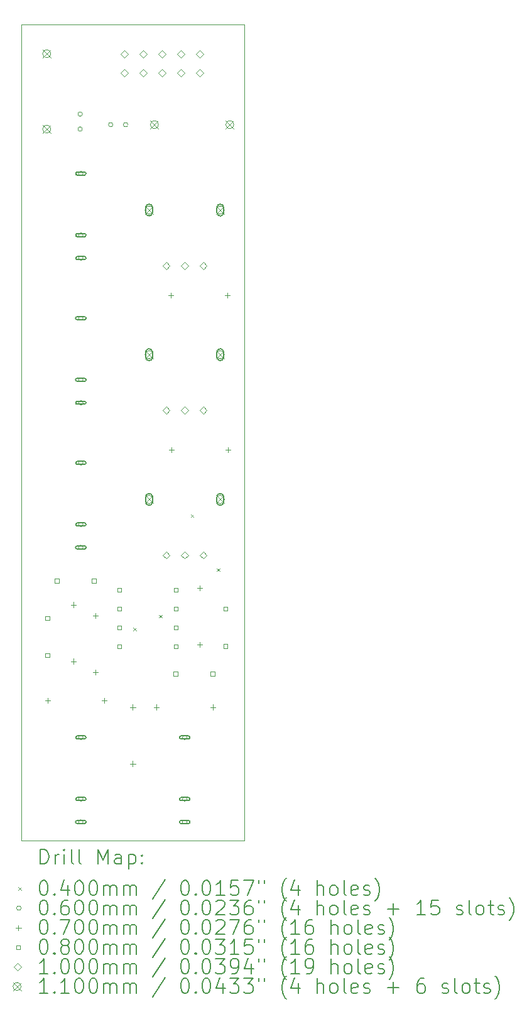
<source format=gbr>
%FSLAX45Y45*%
G04 Gerber Fmt 4.5, Leading zero omitted, Abs format (unit mm)*
G04 Created by KiCad (PCBNEW (6.0.1)) date 2023-06-10 19:18:58*
%MOMM*%
%LPD*%
G01*
G04 APERTURE LIST*
%TA.AperFunction,Profile*%
%ADD10C,0.100000*%
%TD*%
%ADD11C,0.200000*%
%ADD12C,0.040000*%
%ADD13C,0.060000*%
%ADD14C,0.070000*%
%ADD15C,0.080000*%
%ADD16C,0.100000*%
%ADD17C,0.110000*%
G04 APERTURE END LIST*
D10*
X5000000Y-15000000D02*
X5000000Y-4000000D01*
X5000000Y-4000000D02*
X8000000Y-4000000D01*
X8000000Y-4000000D02*
X8000000Y-15000000D01*
X8000000Y-15000000D02*
X5000000Y-15000000D01*
D11*
D12*
X6505000Y-12130000D02*
X6545000Y-12170000D01*
X6545000Y-12130000D02*
X6505000Y-12170000D01*
X6855000Y-11955000D02*
X6895000Y-11995000D01*
X6895000Y-11955000D02*
X6855000Y-11995000D01*
X7280000Y-10600000D02*
X7320000Y-10640000D01*
X7320000Y-10600000D02*
X7280000Y-10640000D01*
X7630000Y-11330000D02*
X7670000Y-11370000D01*
X7670000Y-11330000D02*
X7630000Y-11370000D01*
D13*
X5820000Y-5207260D02*
G75*
G03*
X5820000Y-5207260I-30000J0D01*
G01*
X5820000Y-5407260D02*
G75*
G03*
X5820000Y-5407260I-30000J0D01*
G01*
X5830000Y-6008000D02*
G75*
G03*
X5830000Y-6008000I-30000J0D01*
G01*
D11*
X5750000Y-6028000D02*
X5850000Y-6028000D01*
X5750000Y-5988000D02*
X5850000Y-5988000D01*
X5850000Y-6028000D02*
G75*
G03*
X5850000Y-5988000I0J20000D01*
G01*
X5750000Y-5988000D02*
G75*
G03*
X5750000Y-6028000I0J-20000D01*
G01*
D13*
X5830000Y-6838000D02*
G75*
G03*
X5830000Y-6838000I-30000J0D01*
G01*
D11*
X5750000Y-6858000D02*
X5850000Y-6858000D01*
X5750000Y-6818000D02*
X5850000Y-6818000D01*
X5850000Y-6858000D02*
G75*
G03*
X5850000Y-6818000I0J20000D01*
G01*
X5750000Y-6818000D02*
G75*
G03*
X5750000Y-6858000I0J-20000D01*
G01*
D13*
X5830000Y-7148000D02*
G75*
G03*
X5830000Y-7148000I-30000J0D01*
G01*
D11*
X5750000Y-7168000D02*
X5850000Y-7168000D01*
X5750000Y-7128000D02*
X5850000Y-7128000D01*
X5850000Y-7168000D02*
G75*
G03*
X5850000Y-7128000I0J20000D01*
G01*
X5750000Y-7128000D02*
G75*
G03*
X5750000Y-7168000I0J-20000D01*
G01*
D13*
X5830000Y-7958000D02*
G75*
G03*
X5830000Y-7958000I-30000J0D01*
G01*
D11*
X5750000Y-7978000D02*
X5850000Y-7978000D01*
X5750000Y-7938000D02*
X5850000Y-7938000D01*
X5850000Y-7978000D02*
G75*
G03*
X5850000Y-7938000I0J20000D01*
G01*
X5750000Y-7938000D02*
G75*
G03*
X5750000Y-7978000I0J-20000D01*
G01*
D13*
X5830000Y-8788000D02*
G75*
G03*
X5830000Y-8788000I-30000J0D01*
G01*
D11*
X5750000Y-8808000D02*
X5850000Y-8808000D01*
X5750000Y-8768000D02*
X5850000Y-8768000D01*
X5850000Y-8808000D02*
G75*
G03*
X5850000Y-8768000I0J20000D01*
G01*
X5750000Y-8768000D02*
G75*
G03*
X5750000Y-8808000I0J-20000D01*
G01*
D13*
X5830000Y-9098000D02*
G75*
G03*
X5830000Y-9098000I-30000J0D01*
G01*
D11*
X5750000Y-9118000D02*
X5850000Y-9118000D01*
X5750000Y-9078000D02*
X5850000Y-9078000D01*
X5850000Y-9118000D02*
G75*
G03*
X5850000Y-9078000I0J20000D01*
G01*
X5750000Y-9078000D02*
G75*
G03*
X5750000Y-9118000I0J-20000D01*
G01*
D13*
X5830000Y-9908000D02*
G75*
G03*
X5830000Y-9908000I-30000J0D01*
G01*
D11*
X5750000Y-9928000D02*
X5850000Y-9928000D01*
X5750000Y-9888000D02*
X5850000Y-9888000D01*
X5850000Y-9928000D02*
G75*
G03*
X5850000Y-9888000I0J20000D01*
G01*
X5750000Y-9888000D02*
G75*
G03*
X5750000Y-9928000I0J-20000D01*
G01*
D13*
X5830000Y-10738000D02*
G75*
G03*
X5830000Y-10738000I-30000J0D01*
G01*
D11*
X5750000Y-10758000D02*
X5850000Y-10758000D01*
X5750000Y-10718000D02*
X5850000Y-10718000D01*
X5850000Y-10758000D02*
G75*
G03*
X5850000Y-10718000I0J20000D01*
G01*
X5750000Y-10718000D02*
G75*
G03*
X5750000Y-10758000I0J-20000D01*
G01*
D13*
X5830000Y-11048000D02*
G75*
G03*
X5830000Y-11048000I-30000J0D01*
G01*
D11*
X5750000Y-11068000D02*
X5850000Y-11068000D01*
X5750000Y-11028000D02*
X5850000Y-11028000D01*
X5850000Y-11068000D02*
G75*
G03*
X5850000Y-11028000I0J20000D01*
G01*
X5750000Y-11028000D02*
G75*
G03*
X5750000Y-11068000I0J-20000D01*
G01*
D13*
X5830000Y-13608000D02*
G75*
G03*
X5830000Y-13608000I-30000J0D01*
G01*
D11*
X5750000Y-13628000D02*
X5850000Y-13628000D01*
X5750000Y-13588000D02*
X5850000Y-13588000D01*
X5850000Y-13628000D02*
G75*
G03*
X5850000Y-13588000I0J20000D01*
G01*
X5750000Y-13588000D02*
G75*
G03*
X5750000Y-13628000I0J-20000D01*
G01*
D13*
X5830000Y-14438000D02*
G75*
G03*
X5830000Y-14438000I-30000J0D01*
G01*
D11*
X5750000Y-14458000D02*
X5850000Y-14458000D01*
X5750000Y-14418000D02*
X5850000Y-14418000D01*
X5850000Y-14458000D02*
G75*
G03*
X5850000Y-14418000I0J20000D01*
G01*
X5750000Y-14418000D02*
G75*
G03*
X5750000Y-14458000I0J-20000D01*
G01*
D13*
X5830000Y-14748000D02*
G75*
G03*
X5830000Y-14748000I-30000J0D01*
G01*
D11*
X5750000Y-14768000D02*
X5850000Y-14768000D01*
X5750000Y-14728000D02*
X5850000Y-14728000D01*
X5850000Y-14768000D02*
G75*
G03*
X5850000Y-14728000I0J20000D01*
G01*
X5750000Y-14728000D02*
G75*
G03*
X5750000Y-14768000I0J-20000D01*
G01*
D13*
X6232740Y-5350000D02*
G75*
G03*
X6232740Y-5350000I-30000J0D01*
G01*
X6432740Y-5350000D02*
G75*
G03*
X6432740Y-5350000I-30000J0D01*
G01*
X7230000Y-13608000D02*
G75*
G03*
X7230000Y-13608000I-30000J0D01*
G01*
D11*
X7150000Y-13628000D02*
X7250000Y-13628000D01*
X7150000Y-13588000D02*
X7250000Y-13588000D01*
X7250000Y-13628000D02*
G75*
G03*
X7250000Y-13588000I0J20000D01*
G01*
X7150000Y-13588000D02*
G75*
G03*
X7150000Y-13628000I0J-20000D01*
G01*
D13*
X7230000Y-14438000D02*
G75*
G03*
X7230000Y-14438000I-30000J0D01*
G01*
D11*
X7150000Y-14458000D02*
X7250000Y-14458000D01*
X7150000Y-14418000D02*
X7250000Y-14418000D01*
X7250000Y-14458000D02*
G75*
G03*
X7250000Y-14418000I0J20000D01*
G01*
X7150000Y-14418000D02*
G75*
G03*
X7150000Y-14458000I0J-20000D01*
G01*
D13*
X7230000Y-14748000D02*
G75*
G03*
X7230000Y-14748000I-30000J0D01*
G01*
D11*
X7150000Y-14768000D02*
X7250000Y-14768000D01*
X7150000Y-14728000D02*
X7250000Y-14728000D01*
X7250000Y-14768000D02*
G75*
G03*
X7250000Y-14728000I0J20000D01*
G01*
X7150000Y-14728000D02*
G75*
G03*
X7150000Y-14768000I0J-20000D01*
G01*
D14*
X5352000Y-13075000D02*
X5352000Y-13145000D01*
X5317000Y-13110000D02*
X5387000Y-13110000D01*
X5700000Y-11784000D02*
X5700000Y-11854000D01*
X5665000Y-11819000D02*
X5735000Y-11819000D01*
X5700000Y-12546000D02*
X5700000Y-12616000D01*
X5665000Y-12581000D02*
X5735000Y-12581000D01*
X6000000Y-11934000D02*
X6000000Y-12004000D01*
X5965000Y-11969000D02*
X6035000Y-11969000D01*
X6000000Y-12696000D02*
X6000000Y-12766000D01*
X5965000Y-12731000D02*
X6035000Y-12731000D01*
X6114000Y-13075000D02*
X6114000Y-13145000D01*
X6079000Y-13110000D02*
X6149000Y-13110000D01*
X6500000Y-13165000D02*
X6500000Y-13235000D01*
X6465000Y-13200000D02*
X6535000Y-13200000D01*
X6500000Y-13927000D02*
X6500000Y-13997000D01*
X6465000Y-13962000D02*
X6535000Y-13962000D01*
X6819000Y-13165000D02*
X6819000Y-13235000D01*
X6784000Y-13200000D02*
X6854000Y-13200000D01*
X7016000Y-7615000D02*
X7016000Y-7685000D01*
X6981000Y-7650000D02*
X7051000Y-7650000D01*
X7019000Y-9695000D02*
X7019000Y-9765000D01*
X6984000Y-9730000D02*
X7054000Y-9730000D01*
X7400000Y-11562000D02*
X7400000Y-11632000D01*
X7365000Y-11597000D02*
X7435000Y-11597000D01*
X7400000Y-12324000D02*
X7400000Y-12394000D01*
X7365000Y-12359000D02*
X7435000Y-12359000D01*
X7581000Y-13165000D02*
X7581000Y-13235000D01*
X7546000Y-13200000D02*
X7616000Y-13200000D01*
X7778000Y-7615000D02*
X7778000Y-7685000D01*
X7743000Y-7650000D02*
X7813000Y-7650000D01*
X7781000Y-9695000D02*
X7781000Y-9765000D01*
X7746000Y-9730000D02*
X7816000Y-9730000D01*
D15*
X5378285Y-12028284D02*
X5378285Y-11971715D01*
X5321716Y-11971715D01*
X5321716Y-12028284D01*
X5378285Y-12028284D01*
X5378285Y-12528284D02*
X5378285Y-12471715D01*
X5321716Y-12471715D01*
X5321716Y-12528284D01*
X5378285Y-12528284D01*
X5503285Y-11528284D02*
X5503285Y-11471715D01*
X5446716Y-11471715D01*
X5446716Y-11528284D01*
X5503285Y-11528284D01*
X6003284Y-11528284D02*
X6003284Y-11471715D01*
X5946715Y-11471715D01*
X5946715Y-11528284D01*
X6003284Y-11528284D01*
X6346284Y-11648284D02*
X6346284Y-11591715D01*
X6289715Y-11591715D01*
X6289715Y-11648284D01*
X6346284Y-11648284D01*
X6346284Y-11902284D02*
X6346284Y-11845715D01*
X6289715Y-11845715D01*
X6289715Y-11902284D01*
X6346284Y-11902284D01*
X6346284Y-12156284D02*
X6346284Y-12099715D01*
X6289715Y-12099715D01*
X6289715Y-12156284D01*
X6346284Y-12156284D01*
X6346284Y-12410284D02*
X6346284Y-12353715D01*
X6289715Y-12353715D01*
X6289715Y-12410284D01*
X6346284Y-12410284D01*
X7103284Y-12778284D02*
X7103284Y-12721715D01*
X7046715Y-12721715D01*
X7046715Y-12778284D01*
X7103284Y-12778284D01*
X7108284Y-11648284D02*
X7108284Y-11591715D01*
X7051715Y-11591715D01*
X7051715Y-11648284D01*
X7108284Y-11648284D01*
X7108284Y-11902284D02*
X7108284Y-11845715D01*
X7051715Y-11845715D01*
X7051715Y-11902284D01*
X7108284Y-11902284D01*
X7108284Y-12156284D02*
X7108284Y-12099715D01*
X7051715Y-12099715D01*
X7051715Y-12156284D01*
X7108284Y-12156284D01*
X7108284Y-12410284D02*
X7108284Y-12353715D01*
X7051715Y-12353715D01*
X7051715Y-12410284D01*
X7108284Y-12410284D01*
X7603284Y-12778284D02*
X7603284Y-12721715D01*
X7546715Y-12721715D01*
X7546715Y-12778284D01*
X7603284Y-12778284D01*
X7778284Y-11903284D02*
X7778284Y-11846715D01*
X7721715Y-11846715D01*
X7721715Y-11903284D01*
X7778284Y-11903284D01*
X7778284Y-12403284D02*
X7778284Y-12346715D01*
X7721715Y-12346715D01*
X7721715Y-12403284D01*
X7778284Y-12403284D01*
D16*
X6384000Y-4446000D02*
X6434000Y-4396000D01*
X6384000Y-4346000D01*
X6334000Y-4396000D01*
X6384000Y-4446000D01*
X6384000Y-4700000D02*
X6434000Y-4650000D01*
X6384000Y-4600000D01*
X6334000Y-4650000D01*
X6384000Y-4700000D01*
X6638000Y-4446000D02*
X6688000Y-4396000D01*
X6638000Y-4346000D01*
X6588000Y-4396000D01*
X6638000Y-4446000D01*
X6638000Y-4700000D02*
X6688000Y-4650000D01*
X6638000Y-4600000D01*
X6588000Y-4650000D01*
X6638000Y-4700000D01*
X6892000Y-4446000D02*
X6942000Y-4396000D01*
X6892000Y-4346000D01*
X6842000Y-4396000D01*
X6892000Y-4446000D01*
X6892000Y-4700000D02*
X6942000Y-4650000D01*
X6892000Y-4600000D01*
X6842000Y-4650000D01*
X6892000Y-4700000D01*
X6950000Y-7300500D02*
X7000000Y-7250500D01*
X6950000Y-7200500D01*
X6900000Y-7250500D01*
X6950000Y-7300500D01*
X6950000Y-9250000D02*
X7000000Y-9200000D01*
X6950000Y-9150000D01*
X6900000Y-9200000D01*
X6950000Y-9250000D01*
X6950000Y-11200500D02*
X7000000Y-11150500D01*
X6950000Y-11100500D01*
X6900000Y-11150500D01*
X6950000Y-11200500D01*
X7146000Y-4446000D02*
X7196000Y-4396000D01*
X7146000Y-4346000D01*
X7096000Y-4396000D01*
X7146000Y-4446000D01*
X7146000Y-4700000D02*
X7196000Y-4650000D01*
X7146000Y-4600000D01*
X7096000Y-4650000D01*
X7146000Y-4700000D01*
X7200000Y-7300500D02*
X7250000Y-7250500D01*
X7200000Y-7200500D01*
X7150000Y-7250500D01*
X7200000Y-7300500D01*
X7200000Y-9250000D02*
X7250000Y-9200000D01*
X7200000Y-9150000D01*
X7150000Y-9200000D01*
X7200000Y-9250000D01*
X7200000Y-11200500D02*
X7250000Y-11150500D01*
X7200000Y-11100500D01*
X7150000Y-11150500D01*
X7200000Y-11200500D01*
X7400000Y-4446000D02*
X7450000Y-4396000D01*
X7400000Y-4346000D01*
X7350000Y-4396000D01*
X7400000Y-4446000D01*
X7400000Y-4700000D02*
X7450000Y-4650000D01*
X7400000Y-4600000D01*
X7350000Y-4650000D01*
X7400000Y-4700000D01*
X7450000Y-7300500D02*
X7500000Y-7250500D01*
X7450000Y-7200500D01*
X7400000Y-7250500D01*
X7450000Y-7300500D01*
X7450000Y-9250000D02*
X7500000Y-9200000D01*
X7450000Y-9150000D01*
X7400000Y-9200000D01*
X7450000Y-9250000D01*
X7450000Y-11200500D02*
X7500000Y-11150500D01*
X7450000Y-11100500D01*
X7400000Y-11150500D01*
X7450000Y-11200500D01*
D17*
X5285000Y-4339000D02*
X5395000Y-4449000D01*
X5395000Y-4339000D02*
X5285000Y-4449000D01*
X5395000Y-4394000D02*
G75*
G03*
X5395000Y-4394000I-55000J0D01*
G01*
X5285000Y-5355000D02*
X5395000Y-5465000D01*
X5395000Y-5355000D02*
X5285000Y-5465000D01*
X5395000Y-5410000D02*
G75*
G03*
X5395000Y-5410000I-55000J0D01*
G01*
X6665000Y-6445500D02*
X6775000Y-6555500D01*
X6775000Y-6445500D02*
X6665000Y-6555500D01*
X6775000Y-6500500D02*
G75*
G03*
X6775000Y-6500500I-55000J0D01*
G01*
D11*
X6765000Y-6535500D02*
X6765000Y-6465500D01*
X6675000Y-6535500D02*
X6675000Y-6465500D01*
X6765000Y-6465500D02*
G75*
G03*
X6675000Y-6465500I-45000J0D01*
G01*
X6675000Y-6535500D02*
G75*
G03*
X6765000Y-6535500I45000J0D01*
G01*
D17*
X6665000Y-8395000D02*
X6775000Y-8505000D01*
X6775000Y-8395000D02*
X6665000Y-8505000D01*
X6775000Y-8450000D02*
G75*
G03*
X6775000Y-8450000I-55000J0D01*
G01*
D11*
X6765000Y-8485000D02*
X6765000Y-8415000D01*
X6675000Y-8485000D02*
X6675000Y-8415000D01*
X6765000Y-8415000D02*
G75*
G03*
X6675000Y-8415000I-45000J0D01*
G01*
X6675000Y-8485000D02*
G75*
G03*
X6765000Y-8485000I45000J0D01*
G01*
D17*
X6665000Y-10345500D02*
X6775000Y-10455500D01*
X6775000Y-10345500D02*
X6665000Y-10455500D01*
X6775000Y-10400500D02*
G75*
G03*
X6775000Y-10400500I-55000J0D01*
G01*
D11*
X6765000Y-10435500D02*
X6765000Y-10365500D01*
X6675000Y-10435500D02*
X6675000Y-10365500D01*
X6765000Y-10365500D02*
G75*
G03*
X6675000Y-10365500I-45000J0D01*
G01*
X6675000Y-10435500D02*
G75*
G03*
X6765000Y-10435500I45000J0D01*
G01*
D17*
X6737000Y-5295000D02*
X6847000Y-5405000D01*
X6847000Y-5295000D02*
X6737000Y-5405000D01*
X6847000Y-5350000D02*
G75*
G03*
X6847000Y-5350000I-55000J0D01*
G01*
X7625000Y-6445500D02*
X7735000Y-6555500D01*
X7735000Y-6445500D02*
X7625000Y-6555500D01*
X7735000Y-6500500D02*
G75*
G03*
X7735000Y-6500500I-55000J0D01*
G01*
D11*
X7725000Y-6535500D02*
X7725000Y-6465500D01*
X7635000Y-6535500D02*
X7635000Y-6465500D01*
X7725000Y-6465500D02*
G75*
G03*
X7635000Y-6465500I-45000J0D01*
G01*
X7635000Y-6535500D02*
G75*
G03*
X7725000Y-6535500I45000J0D01*
G01*
D17*
X7625000Y-8395000D02*
X7735000Y-8505000D01*
X7735000Y-8395000D02*
X7625000Y-8505000D01*
X7735000Y-8450000D02*
G75*
G03*
X7735000Y-8450000I-55000J0D01*
G01*
D11*
X7725000Y-8485000D02*
X7725000Y-8415000D01*
X7635000Y-8485000D02*
X7635000Y-8415000D01*
X7725000Y-8415000D02*
G75*
G03*
X7635000Y-8415000I-45000J0D01*
G01*
X7635000Y-8485000D02*
G75*
G03*
X7725000Y-8485000I45000J0D01*
G01*
D17*
X7625000Y-10345500D02*
X7735000Y-10455500D01*
X7735000Y-10345500D02*
X7625000Y-10455500D01*
X7735000Y-10400500D02*
G75*
G03*
X7735000Y-10400500I-55000J0D01*
G01*
D11*
X7725000Y-10435500D02*
X7725000Y-10365500D01*
X7635000Y-10435500D02*
X7635000Y-10365500D01*
X7725000Y-10365500D02*
G75*
G03*
X7635000Y-10365500I-45000J0D01*
G01*
X7635000Y-10435500D02*
G75*
G03*
X7725000Y-10435500I45000J0D01*
G01*
D17*
X7753000Y-5295000D02*
X7863000Y-5405000D01*
X7863000Y-5295000D02*
X7753000Y-5405000D01*
X7863000Y-5350000D02*
G75*
G03*
X7863000Y-5350000I-55000J0D01*
G01*
D11*
X5252619Y-15315476D02*
X5252619Y-15115476D01*
X5300238Y-15115476D01*
X5328810Y-15125000D01*
X5347857Y-15144048D01*
X5357381Y-15163095D01*
X5366905Y-15201190D01*
X5366905Y-15229762D01*
X5357381Y-15267857D01*
X5347857Y-15286905D01*
X5328810Y-15305952D01*
X5300238Y-15315476D01*
X5252619Y-15315476D01*
X5452619Y-15315476D02*
X5452619Y-15182143D01*
X5452619Y-15220238D02*
X5462143Y-15201190D01*
X5471667Y-15191667D01*
X5490714Y-15182143D01*
X5509762Y-15182143D01*
X5576429Y-15315476D02*
X5576429Y-15182143D01*
X5576429Y-15115476D02*
X5566905Y-15125000D01*
X5576429Y-15134524D01*
X5585952Y-15125000D01*
X5576429Y-15115476D01*
X5576429Y-15134524D01*
X5700238Y-15315476D02*
X5681190Y-15305952D01*
X5671667Y-15286905D01*
X5671667Y-15115476D01*
X5805000Y-15315476D02*
X5785952Y-15305952D01*
X5776428Y-15286905D01*
X5776428Y-15115476D01*
X6033571Y-15315476D02*
X6033571Y-15115476D01*
X6100238Y-15258333D01*
X6166905Y-15115476D01*
X6166905Y-15315476D01*
X6347857Y-15315476D02*
X6347857Y-15210714D01*
X6338333Y-15191667D01*
X6319286Y-15182143D01*
X6281190Y-15182143D01*
X6262143Y-15191667D01*
X6347857Y-15305952D02*
X6328809Y-15315476D01*
X6281190Y-15315476D01*
X6262143Y-15305952D01*
X6252619Y-15286905D01*
X6252619Y-15267857D01*
X6262143Y-15248809D01*
X6281190Y-15239286D01*
X6328809Y-15239286D01*
X6347857Y-15229762D01*
X6443095Y-15182143D02*
X6443095Y-15382143D01*
X6443095Y-15191667D02*
X6462143Y-15182143D01*
X6500238Y-15182143D01*
X6519286Y-15191667D01*
X6528809Y-15201190D01*
X6538333Y-15220238D01*
X6538333Y-15277381D01*
X6528809Y-15296428D01*
X6519286Y-15305952D01*
X6500238Y-15315476D01*
X6462143Y-15315476D01*
X6443095Y-15305952D01*
X6624048Y-15296428D02*
X6633571Y-15305952D01*
X6624048Y-15315476D01*
X6614524Y-15305952D01*
X6624048Y-15296428D01*
X6624048Y-15315476D01*
X6624048Y-15191667D02*
X6633571Y-15201190D01*
X6624048Y-15210714D01*
X6614524Y-15201190D01*
X6624048Y-15191667D01*
X6624048Y-15210714D01*
D12*
X4955000Y-15625000D02*
X4995000Y-15665000D01*
X4995000Y-15625000D02*
X4955000Y-15665000D01*
D11*
X5290714Y-15535476D02*
X5309762Y-15535476D01*
X5328810Y-15545000D01*
X5338333Y-15554524D01*
X5347857Y-15573571D01*
X5357381Y-15611667D01*
X5357381Y-15659286D01*
X5347857Y-15697381D01*
X5338333Y-15716428D01*
X5328810Y-15725952D01*
X5309762Y-15735476D01*
X5290714Y-15735476D01*
X5271667Y-15725952D01*
X5262143Y-15716428D01*
X5252619Y-15697381D01*
X5243095Y-15659286D01*
X5243095Y-15611667D01*
X5252619Y-15573571D01*
X5262143Y-15554524D01*
X5271667Y-15545000D01*
X5290714Y-15535476D01*
X5443095Y-15716428D02*
X5452619Y-15725952D01*
X5443095Y-15735476D01*
X5433571Y-15725952D01*
X5443095Y-15716428D01*
X5443095Y-15735476D01*
X5624048Y-15602143D02*
X5624048Y-15735476D01*
X5576429Y-15525952D02*
X5528810Y-15668809D01*
X5652619Y-15668809D01*
X5766905Y-15535476D02*
X5785952Y-15535476D01*
X5805000Y-15545000D01*
X5814524Y-15554524D01*
X5824048Y-15573571D01*
X5833571Y-15611667D01*
X5833571Y-15659286D01*
X5824048Y-15697381D01*
X5814524Y-15716428D01*
X5805000Y-15725952D01*
X5785952Y-15735476D01*
X5766905Y-15735476D01*
X5747857Y-15725952D01*
X5738333Y-15716428D01*
X5728809Y-15697381D01*
X5719286Y-15659286D01*
X5719286Y-15611667D01*
X5728809Y-15573571D01*
X5738333Y-15554524D01*
X5747857Y-15545000D01*
X5766905Y-15535476D01*
X5957381Y-15535476D02*
X5976428Y-15535476D01*
X5995476Y-15545000D01*
X6005000Y-15554524D01*
X6014524Y-15573571D01*
X6024048Y-15611667D01*
X6024048Y-15659286D01*
X6014524Y-15697381D01*
X6005000Y-15716428D01*
X5995476Y-15725952D01*
X5976428Y-15735476D01*
X5957381Y-15735476D01*
X5938333Y-15725952D01*
X5928809Y-15716428D01*
X5919286Y-15697381D01*
X5909762Y-15659286D01*
X5909762Y-15611667D01*
X5919286Y-15573571D01*
X5928809Y-15554524D01*
X5938333Y-15545000D01*
X5957381Y-15535476D01*
X6109762Y-15735476D02*
X6109762Y-15602143D01*
X6109762Y-15621190D02*
X6119286Y-15611667D01*
X6138333Y-15602143D01*
X6166905Y-15602143D01*
X6185952Y-15611667D01*
X6195476Y-15630714D01*
X6195476Y-15735476D01*
X6195476Y-15630714D02*
X6205000Y-15611667D01*
X6224048Y-15602143D01*
X6252619Y-15602143D01*
X6271667Y-15611667D01*
X6281190Y-15630714D01*
X6281190Y-15735476D01*
X6376428Y-15735476D02*
X6376428Y-15602143D01*
X6376428Y-15621190D02*
X6385952Y-15611667D01*
X6405000Y-15602143D01*
X6433571Y-15602143D01*
X6452619Y-15611667D01*
X6462143Y-15630714D01*
X6462143Y-15735476D01*
X6462143Y-15630714D02*
X6471667Y-15611667D01*
X6490714Y-15602143D01*
X6519286Y-15602143D01*
X6538333Y-15611667D01*
X6547857Y-15630714D01*
X6547857Y-15735476D01*
X6938333Y-15525952D02*
X6766905Y-15783095D01*
X7195476Y-15535476D02*
X7214524Y-15535476D01*
X7233571Y-15545000D01*
X7243095Y-15554524D01*
X7252619Y-15573571D01*
X7262143Y-15611667D01*
X7262143Y-15659286D01*
X7252619Y-15697381D01*
X7243095Y-15716428D01*
X7233571Y-15725952D01*
X7214524Y-15735476D01*
X7195476Y-15735476D01*
X7176428Y-15725952D01*
X7166905Y-15716428D01*
X7157381Y-15697381D01*
X7147857Y-15659286D01*
X7147857Y-15611667D01*
X7157381Y-15573571D01*
X7166905Y-15554524D01*
X7176428Y-15545000D01*
X7195476Y-15535476D01*
X7347857Y-15716428D02*
X7357381Y-15725952D01*
X7347857Y-15735476D01*
X7338333Y-15725952D01*
X7347857Y-15716428D01*
X7347857Y-15735476D01*
X7481190Y-15535476D02*
X7500238Y-15535476D01*
X7519286Y-15545000D01*
X7528809Y-15554524D01*
X7538333Y-15573571D01*
X7547857Y-15611667D01*
X7547857Y-15659286D01*
X7538333Y-15697381D01*
X7528809Y-15716428D01*
X7519286Y-15725952D01*
X7500238Y-15735476D01*
X7481190Y-15735476D01*
X7462143Y-15725952D01*
X7452619Y-15716428D01*
X7443095Y-15697381D01*
X7433571Y-15659286D01*
X7433571Y-15611667D01*
X7443095Y-15573571D01*
X7452619Y-15554524D01*
X7462143Y-15545000D01*
X7481190Y-15535476D01*
X7738333Y-15735476D02*
X7624048Y-15735476D01*
X7681190Y-15735476D02*
X7681190Y-15535476D01*
X7662143Y-15564048D01*
X7643095Y-15583095D01*
X7624048Y-15592619D01*
X7919286Y-15535476D02*
X7824048Y-15535476D01*
X7814524Y-15630714D01*
X7824048Y-15621190D01*
X7843095Y-15611667D01*
X7890714Y-15611667D01*
X7909762Y-15621190D01*
X7919286Y-15630714D01*
X7928809Y-15649762D01*
X7928809Y-15697381D01*
X7919286Y-15716428D01*
X7909762Y-15725952D01*
X7890714Y-15735476D01*
X7843095Y-15735476D01*
X7824048Y-15725952D01*
X7814524Y-15716428D01*
X7995476Y-15535476D02*
X8128809Y-15535476D01*
X8043095Y-15735476D01*
X8195476Y-15535476D02*
X8195476Y-15573571D01*
X8271667Y-15535476D02*
X8271667Y-15573571D01*
X8566905Y-15811667D02*
X8557381Y-15802143D01*
X8538333Y-15773571D01*
X8528810Y-15754524D01*
X8519286Y-15725952D01*
X8509762Y-15678333D01*
X8509762Y-15640238D01*
X8519286Y-15592619D01*
X8528810Y-15564048D01*
X8538333Y-15545000D01*
X8557381Y-15516428D01*
X8566905Y-15506905D01*
X8728810Y-15602143D02*
X8728810Y-15735476D01*
X8681190Y-15525952D02*
X8633571Y-15668809D01*
X8757381Y-15668809D01*
X8985952Y-15735476D02*
X8985952Y-15535476D01*
X9071667Y-15735476D02*
X9071667Y-15630714D01*
X9062143Y-15611667D01*
X9043095Y-15602143D01*
X9014524Y-15602143D01*
X8995476Y-15611667D01*
X8985952Y-15621190D01*
X9195476Y-15735476D02*
X9176429Y-15725952D01*
X9166905Y-15716428D01*
X9157381Y-15697381D01*
X9157381Y-15640238D01*
X9166905Y-15621190D01*
X9176429Y-15611667D01*
X9195476Y-15602143D01*
X9224048Y-15602143D01*
X9243095Y-15611667D01*
X9252619Y-15621190D01*
X9262143Y-15640238D01*
X9262143Y-15697381D01*
X9252619Y-15716428D01*
X9243095Y-15725952D01*
X9224048Y-15735476D01*
X9195476Y-15735476D01*
X9376429Y-15735476D02*
X9357381Y-15725952D01*
X9347857Y-15706905D01*
X9347857Y-15535476D01*
X9528810Y-15725952D02*
X9509762Y-15735476D01*
X9471667Y-15735476D01*
X9452619Y-15725952D01*
X9443095Y-15706905D01*
X9443095Y-15630714D01*
X9452619Y-15611667D01*
X9471667Y-15602143D01*
X9509762Y-15602143D01*
X9528810Y-15611667D01*
X9538333Y-15630714D01*
X9538333Y-15649762D01*
X9443095Y-15668809D01*
X9614524Y-15725952D02*
X9633571Y-15735476D01*
X9671667Y-15735476D01*
X9690714Y-15725952D01*
X9700238Y-15706905D01*
X9700238Y-15697381D01*
X9690714Y-15678333D01*
X9671667Y-15668809D01*
X9643095Y-15668809D01*
X9624048Y-15659286D01*
X9614524Y-15640238D01*
X9614524Y-15630714D01*
X9624048Y-15611667D01*
X9643095Y-15602143D01*
X9671667Y-15602143D01*
X9690714Y-15611667D01*
X9766905Y-15811667D02*
X9776429Y-15802143D01*
X9795476Y-15773571D01*
X9805000Y-15754524D01*
X9814524Y-15725952D01*
X9824048Y-15678333D01*
X9824048Y-15640238D01*
X9814524Y-15592619D01*
X9805000Y-15564048D01*
X9795476Y-15545000D01*
X9776429Y-15516428D01*
X9766905Y-15506905D01*
D13*
X4995000Y-15909000D02*
G75*
G03*
X4995000Y-15909000I-30000J0D01*
G01*
D11*
X5290714Y-15799476D02*
X5309762Y-15799476D01*
X5328810Y-15809000D01*
X5338333Y-15818524D01*
X5347857Y-15837571D01*
X5357381Y-15875667D01*
X5357381Y-15923286D01*
X5347857Y-15961381D01*
X5338333Y-15980428D01*
X5328810Y-15989952D01*
X5309762Y-15999476D01*
X5290714Y-15999476D01*
X5271667Y-15989952D01*
X5262143Y-15980428D01*
X5252619Y-15961381D01*
X5243095Y-15923286D01*
X5243095Y-15875667D01*
X5252619Y-15837571D01*
X5262143Y-15818524D01*
X5271667Y-15809000D01*
X5290714Y-15799476D01*
X5443095Y-15980428D02*
X5452619Y-15989952D01*
X5443095Y-15999476D01*
X5433571Y-15989952D01*
X5443095Y-15980428D01*
X5443095Y-15999476D01*
X5624048Y-15799476D02*
X5585952Y-15799476D01*
X5566905Y-15809000D01*
X5557381Y-15818524D01*
X5538333Y-15847095D01*
X5528810Y-15885190D01*
X5528810Y-15961381D01*
X5538333Y-15980428D01*
X5547857Y-15989952D01*
X5566905Y-15999476D01*
X5605000Y-15999476D01*
X5624048Y-15989952D01*
X5633571Y-15980428D01*
X5643095Y-15961381D01*
X5643095Y-15913762D01*
X5633571Y-15894714D01*
X5624048Y-15885190D01*
X5605000Y-15875667D01*
X5566905Y-15875667D01*
X5547857Y-15885190D01*
X5538333Y-15894714D01*
X5528810Y-15913762D01*
X5766905Y-15799476D02*
X5785952Y-15799476D01*
X5805000Y-15809000D01*
X5814524Y-15818524D01*
X5824048Y-15837571D01*
X5833571Y-15875667D01*
X5833571Y-15923286D01*
X5824048Y-15961381D01*
X5814524Y-15980428D01*
X5805000Y-15989952D01*
X5785952Y-15999476D01*
X5766905Y-15999476D01*
X5747857Y-15989952D01*
X5738333Y-15980428D01*
X5728809Y-15961381D01*
X5719286Y-15923286D01*
X5719286Y-15875667D01*
X5728809Y-15837571D01*
X5738333Y-15818524D01*
X5747857Y-15809000D01*
X5766905Y-15799476D01*
X5957381Y-15799476D02*
X5976428Y-15799476D01*
X5995476Y-15809000D01*
X6005000Y-15818524D01*
X6014524Y-15837571D01*
X6024048Y-15875667D01*
X6024048Y-15923286D01*
X6014524Y-15961381D01*
X6005000Y-15980428D01*
X5995476Y-15989952D01*
X5976428Y-15999476D01*
X5957381Y-15999476D01*
X5938333Y-15989952D01*
X5928809Y-15980428D01*
X5919286Y-15961381D01*
X5909762Y-15923286D01*
X5909762Y-15875667D01*
X5919286Y-15837571D01*
X5928809Y-15818524D01*
X5938333Y-15809000D01*
X5957381Y-15799476D01*
X6109762Y-15999476D02*
X6109762Y-15866143D01*
X6109762Y-15885190D02*
X6119286Y-15875667D01*
X6138333Y-15866143D01*
X6166905Y-15866143D01*
X6185952Y-15875667D01*
X6195476Y-15894714D01*
X6195476Y-15999476D01*
X6195476Y-15894714D02*
X6205000Y-15875667D01*
X6224048Y-15866143D01*
X6252619Y-15866143D01*
X6271667Y-15875667D01*
X6281190Y-15894714D01*
X6281190Y-15999476D01*
X6376428Y-15999476D02*
X6376428Y-15866143D01*
X6376428Y-15885190D02*
X6385952Y-15875667D01*
X6405000Y-15866143D01*
X6433571Y-15866143D01*
X6452619Y-15875667D01*
X6462143Y-15894714D01*
X6462143Y-15999476D01*
X6462143Y-15894714D02*
X6471667Y-15875667D01*
X6490714Y-15866143D01*
X6519286Y-15866143D01*
X6538333Y-15875667D01*
X6547857Y-15894714D01*
X6547857Y-15999476D01*
X6938333Y-15789952D02*
X6766905Y-16047095D01*
X7195476Y-15799476D02*
X7214524Y-15799476D01*
X7233571Y-15809000D01*
X7243095Y-15818524D01*
X7252619Y-15837571D01*
X7262143Y-15875667D01*
X7262143Y-15923286D01*
X7252619Y-15961381D01*
X7243095Y-15980428D01*
X7233571Y-15989952D01*
X7214524Y-15999476D01*
X7195476Y-15999476D01*
X7176428Y-15989952D01*
X7166905Y-15980428D01*
X7157381Y-15961381D01*
X7147857Y-15923286D01*
X7147857Y-15875667D01*
X7157381Y-15837571D01*
X7166905Y-15818524D01*
X7176428Y-15809000D01*
X7195476Y-15799476D01*
X7347857Y-15980428D02*
X7357381Y-15989952D01*
X7347857Y-15999476D01*
X7338333Y-15989952D01*
X7347857Y-15980428D01*
X7347857Y-15999476D01*
X7481190Y-15799476D02*
X7500238Y-15799476D01*
X7519286Y-15809000D01*
X7528809Y-15818524D01*
X7538333Y-15837571D01*
X7547857Y-15875667D01*
X7547857Y-15923286D01*
X7538333Y-15961381D01*
X7528809Y-15980428D01*
X7519286Y-15989952D01*
X7500238Y-15999476D01*
X7481190Y-15999476D01*
X7462143Y-15989952D01*
X7452619Y-15980428D01*
X7443095Y-15961381D01*
X7433571Y-15923286D01*
X7433571Y-15875667D01*
X7443095Y-15837571D01*
X7452619Y-15818524D01*
X7462143Y-15809000D01*
X7481190Y-15799476D01*
X7624048Y-15818524D02*
X7633571Y-15809000D01*
X7652619Y-15799476D01*
X7700238Y-15799476D01*
X7719286Y-15809000D01*
X7728809Y-15818524D01*
X7738333Y-15837571D01*
X7738333Y-15856619D01*
X7728809Y-15885190D01*
X7614524Y-15999476D01*
X7738333Y-15999476D01*
X7805000Y-15799476D02*
X7928809Y-15799476D01*
X7862143Y-15875667D01*
X7890714Y-15875667D01*
X7909762Y-15885190D01*
X7919286Y-15894714D01*
X7928809Y-15913762D01*
X7928809Y-15961381D01*
X7919286Y-15980428D01*
X7909762Y-15989952D01*
X7890714Y-15999476D01*
X7833571Y-15999476D01*
X7814524Y-15989952D01*
X7805000Y-15980428D01*
X8100238Y-15799476D02*
X8062143Y-15799476D01*
X8043095Y-15809000D01*
X8033571Y-15818524D01*
X8014524Y-15847095D01*
X8005000Y-15885190D01*
X8005000Y-15961381D01*
X8014524Y-15980428D01*
X8024048Y-15989952D01*
X8043095Y-15999476D01*
X8081190Y-15999476D01*
X8100238Y-15989952D01*
X8109762Y-15980428D01*
X8119286Y-15961381D01*
X8119286Y-15913762D01*
X8109762Y-15894714D01*
X8100238Y-15885190D01*
X8081190Y-15875667D01*
X8043095Y-15875667D01*
X8024048Y-15885190D01*
X8014524Y-15894714D01*
X8005000Y-15913762D01*
X8195476Y-15799476D02*
X8195476Y-15837571D01*
X8271667Y-15799476D02*
X8271667Y-15837571D01*
X8566905Y-16075667D02*
X8557381Y-16066143D01*
X8538333Y-16037571D01*
X8528810Y-16018524D01*
X8519286Y-15989952D01*
X8509762Y-15942333D01*
X8509762Y-15904238D01*
X8519286Y-15856619D01*
X8528810Y-15828048D01*
X8538333Y-15809000D01*
X8557381Y-15780428D01*
X8566905Y-15770905D01*
X8728810Y-15866143D02*
X8728810Y-15999476D01*
X8681190Y-15789952D02*
X8633571Y-15932809D01*
X8757381Y-15932809D01*
X8985952Y-15999476D02*
X8985952Y-15799476D01*
X9071667Y-15999476D02*
X9071667Y-15894714D01*
X9062143Y-15875667D01*
X9043095Y-15866143D01*
X9014524Y-15866143D01*
X8995476Y-15875667D01*
X8985952Y-15885190D01*
X9195476Y-15999476D02*
X9176429Y-15989952D01*
X9166905Y-15980428D01*
X9157381Y-15961381D01*
X9157381Y-15904238D01*
X9166905Y-15885190D01*
X9176429Y-15875667D01*
X9195476Y-15866143D01*
X9224048Y-15866143D01*
X9243095Y-15875667D01*
X9252619Y-15885190D01*
X9262143Y-15904238D01*
X9262143Y-15961381D01*
X9252619Y-15980428D01*
X9243095Y-15989952D01*
X9224048Y-15999476D01*
X9195476Y-15999476D01*
X9376429Y-15999476D02*
X9357381Y-15989952D01*
X9347857Y-15970905D01*
X9347857Y-15799476D01*
X9528810Y-15989952D02*
X9509762Y-15999476D01*
X9471667Y-15999476D01*
X9452619Y-15989952D01*
X9443095Y-15970905D01*
X9443095Y-15894714D01*
X9452619Y-15875667D01*
X9471667Y-15866143D01*
X9509762Y-15866143D01*
X9528810Y-15875667D01*
X9538333Y-15894714D01*
X9538333Y-15913762D01*
X9443095Y-15932809D01*
X9614524Y-15989952D02*
X9633571Y-15999476D01*
X9671667Y-15999476D01*
X9690714Y-15989952D01*
X9700238Y-15970905D01*
X9700238Y-15961381D01*
X9690714Y-15942333D01*
X9671667Y-15932809D01*
X9643095Y-15932809D01*
X9624048Y-15923286D01*
X9614524Y-15904238D01*
X9614524Y-15894714D01*
X9624048Y-15875667D01*
X9643095Y-15866143D01*
X9671667Y-15866143D01*
X9690714Y-15875667D01*
X9938333Y-15923286D02*
X10090714Y-15923286D01*
X10014524Y-15999476D02*
X10014524Y-15847095D01*
X10443095Y-15999476D02*
X10328810Y-15999476D01*
X10385952Y-15999476D02*
X10385952Y-15799476D01*
X10366905Y-15828048D01*
X10347857Y-15847095D01*
X10328810Y-15856619D01*
X10624048Y-15799476D02*
X10528810Y-15799476D01*
X10519286Y-15894714D01*
X10528810Y-15885190D01*
X10547857Y-15875667D01*
X10595476Y-15875667D01*
X10614524Y-15885190D01*
X10624048Y-15894714D01*
X10633571Y-15913762D01*
X10633571Y-15961381D01*
X10624048Y-15980428D01*
X10614524Y-15989952D01*
X10595476Y-15999476D01*
X10547857Y-15999476D01*
X10528810Y-15989952D01*
X10519286Y-15980428D01*
X10862143Y-15989952D02*
X10881190Y-15999476D01*
X10919286Y-15999476D01*
X10938333Y-15989952D01*
X10947857Y-15970905D01*
X10947857Y-15961381D01*
X10938333Y-15942333D01*
X10919286Y-15932809D01*
X10890714Y-15932809D01*
X10871667Y-15923286D01*
X10862143Y-15904238D01*
X10862143Y-15894714D01*
X10871667Y-15875667D01*
X10890714Y-15866143D01*
X10919286Y-15866143D01*
X10938333Y-15875667D01*
X11062143Y-15999476D02*
X11043095Y-15989952D01*
X11033571Y-15970905D01*
X11033571Y-15799476D01*
X11166905Y-15999476D02*
X11147857Y-15989952D01*
X11138333Y-15980428D01*
X11128810Y-15961381D01*
X11128810Y-15904238D01*
X11138333Y-15885190D01*
X11147857Y-15875667D01*
X11166905Y-15866143D01*
X11195476Y-15866143D01*
X11214524Y-15875667D01*
X11224048Y-15885190D01*
X11233571Y-15904238D01*
X11233571Y-15961381D01*
X11224048Y-15980428D01*
X11214524Y-15989952D01*
X11195476Y-15999476D01*
X11166905Y-15999476D01*
X11290714Y-15866143D02*
X11366905Y-15866143D01*
X11319286Y-15799476D02*
X11319286Y-15970905D01*
X11328809Y-15989952D01*
X11347857Y-15999476D01*
X11366905Y-15999476D01*
X11424048Y-15989952D02*
X11443095Y-15999476D01*
X11481190Y-15999476D01*
X11500238Y-15989952D01*
X11509762Y-15970905D01*
X11509762Y-15961381D01*
X11500238Y-15942333D01*
X11481190Y-15932809D01*
X11452619Y-15932809D01*
X11433571Y-15923286D01*
X11424048Y-15904238D01*
X11424048Y-15894714D01*
X11433571Y-15875667D01*
X11452619Y-15866143D01*
X11481190Y-15866143D01*
X11500238Y-15875667D01*
X11576428Y-16075667D02*
X11585952Y-16066143D01*
X11605000Y-16037571D01*
X11614524Y-16018524D01*
X11624048Y-15989952D01*
X11633571Y-15942333D01*
X11633571Y-15904238D01*
X11624048Y-15856619D01*
X11614524Y-15828048D01*
X11605000Y-15809000D01*
X11585952Y-15780428D01*
X11576428Y-15770905D01*
D14*
X4960000Y-16138000D02*
X4960000Y-16208000D01*
X4925000Y-16173000D02*
X4995000Y-16173000D01*
D11*
X5290714Y-16063476D02*
X5309762Y-16063476D01*
X5328810Y-16073000D01*
X5338333Y-16082524D01*
X5347857Y-16101571D01*
X5357381Y-16139667D01*
X5357381Y-16187286D01*
X5347857Y-16225381D01*
X5338333Y-16244428D01*
X5328810Y-16253952D01*
X5309762Y-16263476D01*
X5290714Y-16263476D01*
X5271667Y-16253952D01*
X5262143Y-16244428D01*
X5252619Y-16225381D01*
X5243095Y-16187286D01*
X5243095Y-16139667D01*
X5252619Y-16101571D01*
X5262143Y-16082524D01*
X5271667Y-16073000D01*
X5290714Y-16063476D01*
X5443095Y-16244428D02*
X5452619Y-16253952D01*
X5443095Y-16263476D01*
X5433571Y-16253952D01*
X5443095Y-16244428D01*
X5443095Y-16263476D01*
X5519286Y-16063476D02*
X5652619Y-16063476D01*
X5566905Y-16263476D01*
X5766905Y-16063476D02*
X5785952Y-16063476D01*
X5805000Y-16073000D01*
X5814524Y-16082524D01*
X5824048Y-16101571D01*
X5833571Y-16139667D01*
X5833571Y-16187286D01*
X5824048Y-16225381D01*
X5814524Y-16244428D01*
X5805000Y-16253952D01*
X5785952Y-16263476D01*
X5766905Y-16263476D01*
X5747857Y-16253952D01*
X5738333Y-16244428D01*
X5728809Y-16225381D01*
X5719286Y-16187286D01*
X5719286Y-16139667D01*
X5728809Y-16101571D01*
X5738333Y-16082524D01*
X5747857Y-16073000D01*
X5766905Y-16063476D01*
X5957381Y-16063476D02*
X5976428Y-16063476D01*
X5995476Y-16073000D01*
X6005000Y-16082524D01*
X6014524Y-16101571D01*
X6024048Y-16139667D01*
X6024048Y-16187286D01*
X6014524Y-16225381D01*
X6005000Y-16244428D01*
X5995476Y-16253952D01*
X5976428Y-16263476D01*
X5957381Y-16263476D01*
X5938333Y-16253952D01*
X5928809Y-16244428D01*
X5919286Y-16225381D01*
X5909762Y-16187286D01*
X5909762Y-16139667D01*
X5919286Y-16101571D01*
X5928809Y-16082524D01*
X5938333Y-16073000D01*
X5957381Y-16063476D01*
X6109762Y-16263476D02*
X6109762Y-16130143D01*
X6109762Y-16149190D02*
X6119286Y-16139667D01*
X6138333Y-16130143D01*
X6166905Y-16130143D01*
X6185952Y-16139667D01*
X6195476Y-16158714D01*
X6195476Y-16263476D01*
X6195476Y-16158714D02*
X6205000Y-16139667D01*
X6224048Y-16130143D01*
X6252619Y-16130143D01*
X6271667Y-16139667D01*
X6281190Y-16158714D01*
X6281190Y-16263476D01*
X6376428Y-16263476D02*
X6376428Y-16130143D01*
X6376428Y-16149190D02*
X6385952Y-16139667D01*
X6405000Y-16130143D01*
X6433571Y-16130143D01*
X6452619Y-16139667D01*
X6462143Y-16158714D01*
X6462143Y-16263476D01*
X6462143Y-16158714D02*
X6471667Y-16139667D01*
X6490714Y-16130143D01*
X6519286Y-16130143D01*
X6538333Y-16139667D01*
X6547857Y-16158714D01*
X6547857Y-16263476D01*
X6938333Y-16053952D02*
X6766905Y-16311095D01*
X7195476Y-16063476D02*
X7214524Y-16063476D01*
X7233571Y-16073000D01*
X7243095Y-16082524D01*
X7252619Y-16101571D01*
X7262143Y-16139667D01*
X7262143Y-16187286D01*
X7252619Y-16225381D01*
X7243095Y-16244428D01*
X7233571Y-16253952D01*
X7214524Y-16263476D01*
X7195476Y-16263476D01*
X7176428Y-16253952D01*
X7166905Y-16244428D01*
X7157381Y-16225381D01*
X7147857Y-16187286D01*
X7147857Y-16139667D01*
X7157381Y-16101571D01*
X7166905Y-16082524D01*
X7176428Y-16073000D01*
X7195476Y-16063476D01*
X7347857Y-16244428D02*
X7357381Y-16253952D01*
X7347857Y-16263476D01*
X7338333Y-16253952D01*
X7347857Y-16244428D01*
X7347857Y-16263476D01*
X7481190Y-16063476D02*
X7500238Y-16063476D01*
X7519286Y-16073000D01*
X7528809Y-16082524D01*
X7538333Y-16101571D01*
X7547857Y-16139667D01*
X7547857Y-16187286D01*
X7538333Y-16225381D01*
X7528809Y-16244428D01*
X7519286Y-16253952D01*
X7500238Y-16263476D01*
X7481190Y-16263476D01*
X7462143Y-16253952D01*
X7452619Y-16244428D01*
X7443095Y-16225381D01*
X7433571Y-16187286D01*
X7433571Y-16139667D01*
X7443095Y-16101571D01*
X7452619Y-16082524D01*
X7462143Y-16073000D01*
X7481190Y-16063476D01*
X7624048Y-16082524D02*
X7633571Y-16073000D01*
X7652619Y-16063476D01*
X7700238Y-16063476D01*
X7719286Y-16073000D01*
X7728809Y-16082524D01*
X7738333Y-16101571D01*
X7738333Y-16120619D01*
X7728809Y-16149190D01*
X7614524Y-16263476D01*
X7738333Y-16263476D01*
X7805000Y-16063476D02*
X7938333Y-16063476D01*
X7852619Y-16263476D01*
X8100238Y-16063476D02*
X8062143Y-16063476D01*
X8043095Y-16073000D01*
X8033571Y-16082524D01*
X8014524Y-16111095D01*
X8005000Y-16149190D01*
X8005000Y-16225381D01*
X8014524Y-16244428D01*
X8024048Y-16253952D01*
X8043095Y-16263476D01*
X8081190Y-16263476D01*
X8100238Y-16253952D01*
X8109762Y-16244428D01*
X8119286Y-16225381D01*
X8119286Y-16177762D01*
X8109762Y-16158714D01*
X8100238Y-16149190D01*
X8081190Y-16139667D01*
X8043095Y-16139667D01*
X8024048Y-16149190D01*
X8014524Y-16158714D01*
X8005000Y-16177762D01*
X8195476Y-16063476D02*
X8195476Y-16101571D01*
X8271667Y-16063476D02*
X8271667Y-16101571D01*
X8566905Y-16339667D02*
X8557381Y-16330143D01*
X8538333Y-16301571D01*
X8528810Y-16282524D01*
X8519286Y-16253952D01*
X8509762Y-16206333D01*
X8509762Y-16168238D01*
X8519286Y-16120619D01*
X8528810Y-16092048D01*
X8538333Y-16073000D01*
X8557381Y-16044428D01*
X8566905Y-16034905D01*
X8747857Y-16263476D02*
X8633571Y-16263476D01*
X8690714Y-16263476D02*
X8690714Y-16063476D01*
X8671667Y-16092048D01*
X8652619Y-16111095D01*
X8633571Y-16120619D01*
X8919286Y-16063476D02*
X8881190Y-16063476D01*
X8862143Y-16073000D01*
X8852619Y-16082524D01*
X8833571Y-16111095D01*
X8824048Y-16149190D01*
X8824048Y-16225381D01*
X8833571Y-16244428D01*
X8843095Y-16253952D01*
X8862143Y-16263476D01*
X8900238Y-16263476D01*
X8919286Y-16253952D01*
X8928810Y-16244428D01*
X8938333Y-16225381D01*
X8938333Y-16177762D01*
X8928810Y-16158714D01*
X8919286Y-16149190D01*
X8900238Y-16139667D01*
X8862143Y-16139667D01*
X8843095Y-16149190D01*
X8833571Y-16158714D01*
X8824048Y-16177762D01*
X9176429Y-16263476D02*
X9176429Y-16063476D01*
X9262143Y-16263476D02*
X9262143Y-16158714D01*
X9252619Y-16139667D01*
X9233571Y-16130143D01*
X9205000Y-16130143D01*
X9185952Y-16139667D01*
X9176429Y-16149190D01*
X9385952Y-16263476D02*
X9366905Y-16253952D01*
X9357381Y-16244428D01*
X9347857Y-16225381D01*
X9347857Y-16168238D01*
X9357381Y-16149190D01*
X9366905Y-16139667D01*
X9385952Y-16130143D01*
X9414524Y-16130143D01*
X9433571Y-16139667D01*
X9443095Y-16149190D01*
X9452619Y-16168238D01*
X9452619Y-16225381D01*
X9443095Y-16244428D01*
X9433571Y-16253952D01*
X9414524Y-16263476D01*
X9385952Y-16263476D01*
X9566905Y-16263476D02*
X9547857Y-16253952D01*
X9538333Y-16234905D01*
X9538333Y-16063476D01*
X9719286Y-16253952D02*
X9700238Y-16263476D01*
X9662143Y-16263476D01*
X9643095Y-16253952D01*
X9633571Y-16234905D01*
X9633571Y-16158714D01*
X9643095Y-16139667D01*
X9662143Y-16130143D01*
X9700238Y-16130143D01*
X9719286Y-16139667D01*
X9728810Y-16158714D01*
X9728810Y-16177762D01*
X9633571Y-16196809D01*
X9805000Y-16253952D02*
X9824048Y-16263476D01*
X9862143Y-16263476D01*
X9881190Y-16253952D01*
X9890714Y-16234905D01*
X9890714Y-16225381D01*
X9881190Y-16206333D01*
X9862143Y-16196809D01*
X9833571Y-16196809D01*
X9814524Y-16187286D01*
X9805000Y-16168238D01*
X9805000Y-16158714D01*
X9814524Y-16139667D01*
X9833571Y-16130143D01*
X9862143Y-16130143D01*
X9881190Y-16139667D01*
X9957381Y-16339667D02*
X9966905Y-16330143D01*
X9985952Y-16301571D01*
X9995476Y-16282524D01*
X10005000Y-16253952D01*
X10014524Y-16206333D01*
X10014524Y-16168238D01*
X10005000Y-16120619D01*
X9995476Y-16092048D01*
X9985952Y-16073000D01*
X9966905Y-16044428D01*
X9957381Y-16034905D01*
D15*
X4983285Y-16465284D02*
X4983285Y-16408715D01*
X4926716Y-16408715D01*
X4926716Y-16465284D01*
X4983285Y-16465284D01*
D11*
X5290714Y-16327476D02*
X5309762Y-16327476D01*
X5328810Y-16337000D01*
X5338333Y-16346524D01*
X5347857Y-16365571D01*
X5357381Y-16403667D01*
X5357381Y-16451286D01*
X5347857Y-16489381D01*
X5338333Y-16508428D01*
X5328810Y-16517952D01*
X5309762Y-16527476D01*
X5290714Y-16527476D01*
X5271667Y-16517952D01*
X5262143Y-16508428D01*
X5252619Y-16489381D01*
X5243095Y-16451286D01*
X5243095Y-16403667D01*
X5252619Y-16365571D01*
X5262143Y-16346524D01*
X5271667Y-16337000D01*
X5290714Y-16327476D01*
X5443095Y-16508428D02*
X5452619Y-16517952D01*
X5443095Y-16527476D01*
X5433571Y-16517952D01*
X5443095Y-16508428D01*
X5443095Y-16527476D01*
X5566905Y-16413190D02*
X5547857Y-16403667D01*
X5538333Y-16394143D01*
X5528810Y-16375095D01*
X5528810Y-16365571D01*
X5538333Y-16346524D01*
X5547857Y-16337000D01*
X5566905Y-16327476D01*
X5605000Y-16327476D01*
X5624048Y-16337000D01*
X5633571Y-16346524D01*
X5643095Y-16365571D01*
X5643095Y-16375095D01*
X5633571Y-16394143D01*
X5624048Y-16403667D01*
X5605000Y-16413190D01*
X5566905Y-16413190D01*
X5547857Y-16422714D01*
X5538333Y-16432238D01*
X5528810Y-16451286D01*
X5528810Y-16489381D01*
X5538333Y-16508428D01*
X5547857Y-16517952D01*
X5566905Y-16527476D01*
X5605000Y-16527476D01*
X5624048Y-16517952D01*
X5633571Y-16508428D01*
X5643095Y-16489381D01*
X5643095Y-16451286D01*
X5633571Y-16432238D01*
X5624048Y-16422714D01*
X5605000Y-16413190D01*
X5766905Y-16327476D02*
X5785952Y-16327476D01*
X5805000Y-16337000D01*
X5814524Y-16346524D01*
X5824048Y-16365571D01*
X5833571Y-16403667D01*
X5833571Y-16451286D01*
X5824048Y-16489381D01*
X5814524Y-16508428D01*
X5805000Y-16517952D01*
X5785952Y-16527476D01*
X5766905Y-16527476D01*
X5747857Y-16517952D01*
X5738333Y-16508428D01*
X5728809Y-16489381D01*
X5719286Y-16451286D01*
X5719286Y-16403667D01*
X5728809Y-16365571D01*
X5738333Y-16346524D01*
X5747857Y-16337000D01*
X5766905Y-16327476D01*
X5957381Y-16327476D02*
X5976428Y-16327476D01*
X5995476Y-16337000D01*
X6005000Y-16346524D01*
X6014524Y-16365571D01*
X6024048Y-16403667D01*
X6024048Y-16451286D01*
X6014524Y-16489381D01*
X6005000Y-16508428D01*
X5995476Y-16517952D01*
X5976428Y-16527476D01*
X5957381Y-16527476D01*
X5938333Y-16517952D01*
X5928809Y-16508428D01*
X5919286Y-16489381D01*
X5909762Y-16451286D01*
X5909762Y-16403667D01*
X5919286Y-16365571D01*
X5928809Y-16346524D01*
X5938333Y-16337000D01*
X5957381Y-16327476D01*
X6109762Y-16527476D02*
X6109762Y-16394143D01*
X6109762Y-16413190D02*
X6119286Y-16403667D01*
X6138333Y-16394143D01*
X6166905Y-16394143D01*
X6185952Y-16403667D01*
X6195476Y-16422714D01*
X6195476Y-16527476D01*
X6195476Y-16422714D02*
X6205000Y-16403667D01*
X6224048Y-16394143D01*
X6252619Y-16394143D01*
X6271667Y-16403667D01*
X6281190Y-16422714D01*
X6281190Y-16527476D01*
X6376428Y-16527476D02*
X6376428Y-16394143D01*
X6376428Y-16413190D02*
X6385952Y-16403667D01*
X6405000Y-16394143D01*
X6433571Y-16394143D01*
X6452619Y-16403667D01*
X6462143Y-16422714D01*
X6462143Y-16527476D01*
X6462143Y-16422714D02*
X6471667Y-16403667D01*
X6490714Y-16394143D01*
X6519286Y-16394143D01*
X6538333Y-16403667D01*
X6547857Y-16422714D01*
X6547857Y-16527476D01*
X6938333Y-16317952D02*
X6766905Y-16575095D01*
X7195476Y-16327476D02*
X7214524Y-16327476D01*
X7233571Y-16337000D01*
X7243095Y-16346524D01*
X7252619Y-16365571D01*
X7262143Y-16403667D01*
X7262143Y-16451286D01*
X7252619Y-16489381D01*
X7243095Y-16508428D01*
X7233571Y-16517952D01*
X7214524Y-16527476D01*
X7195476Y-16527476D01*
X7176428Y-16517952D01*
X7166905Y-16508428D01*
X7157381Y-16489381D01*
X7147857Y-16451286D01*
X7147857Y-16403667D01*
X7157381Y-16365571D01*
X7166905Y-16346524D01*
X7176428Y-16337000D01*
X7195476Y-16327476D01*
X7347857Y-16508428D02*
X7357381Y-16517952D01*
X7347857Y-16527476D01*
X7338333Y-16517952D01*
X7347857Y-16508428D01*
X7347857Y-16527476D01*
X7481190Y-16327476D02*
X7500238Y-16327476D01*
X7519286Y-16337000D01*
X7528809Y-16346524D01*
X7538333Y-16365571D01*
X7547857Y-16403667D01*
X7547857Y-16451286D01*
X7538333Y-16489381D01*
X7528809Y-16508428D01*
X7519286Y-16517952D01*
X7500238Y-16527476D01*
X7481190Y-16527476D01*
X7462143Y-16517952D01*
X7452619Y-16508428D01*
X7443095Y-16489381D01*
X7433571Y-16451286D01*
X7433571Y-16403667D01*
X7443095Y-16365571D01*
X7452619Y-16346524D01*
X7462143Y-16337000D01*
X7481190Y-16327476D01*
X7614524Y-16327476D02*
X7738333Y-16327476D01*
X7671667Y-16403667D01*
X7700238Y-16403667D01*
X7719286Y-16413190D01*
X7728809Y-16422714D01*
X7738333Y-16441762D01*
X7738333Y-16489381D01*
X7728809Y-16508428D01*
X7719286Y-16517952D01*
X7700238Y-16527476D01*
X7643095Y-16527476D01*
X7624048Y-16517952D01*
X7614524Y-16508428D01*
X7928809Y-16527476D02*
X7814524Y-16527476D01*
X7871667Y-16527476D02*
X7871667Y-16327476D01*
X7852619Y-16356048D01*
X7833571Y-16375095D01*
X7814524Y-16384619D01*
X8109762Y-16327476D02*
X8014524Y-16327476D01*
X8005000Y-16422714D01*
X8014524Y-16413190D01*
X8033571Y-16403667D01*
X8081190Y-16403667D01*
X8100238Y-16413190D01*
X8109762Y-16422714D01*
X8119286Y-16441762D01*
X8119286Y-16489381D01*
X8109762Y-16508428D01*
X8100238Y-16517952D01*
X8081190Y-16527476D01*
X8033571Y-16527476D01*
X8014524Y-16517952D01*
X8005000Y-16508428D01*
X8195476Y-16327476D02*
X8195476Y-16365571D01*
X8271667Y-16327476D02*
X8271667Y-16365571D01*
X8566905Y-16603667D02*
X8557381Y-16594143D01*
X8538333Y-16565571D01*
X8528810Y-16546524D01*
X8519286Y-16517952D01*
X8509762Y-16470333D01*
X8509762Y-16432238D01*
X8519286Y-16384619D01*
X8528810Y-16356048D01*
X8538333Y-16337000D01*
X8557381Y-16308428D01*
X8566905Y-16298905D01*
X8747857Y-16527476D02*
X8633571Y-16527476D01*
X8690714Y-16527476D02*
X8690714Y-16327476D01*
X8671667Y-16356048D01*
X8652619Y-16375095D01*
X8633571Y-16384619D01*
X8919286Y-16327476D02*
X8881190Y-16327476D01*
X8862143Y-16337000D01*
X8852619Y-16346524D01*
X8833571Y-16375095D01*
X8824048Y-16413190D01*
X8824048Y-16489381D01*
X8833571Y-16508428D01*
X8843095Y-16517952D01*
X8862143Y-16527476D01*
X8900238Y-16527476D01*
X8919286Y-16517952D01*
X8928810Y-16508428D01*
X8938333Y-16489381D01*
X8938333Y-16441762D01*
X8928810Y-16422714D01*
X8919286Y-16413190D01*
X8900238Y-16403667D01*
X8862143Y-16403667D01*
X8843095Y-16413190D01*
X8833571Y-16422714D01*
X8824048Y-16441762D01*
X9176429Y-16527476D02*
X9176429Y-16327476D01*
X9262143Y-16527476D02*
X9262143Y-16422714D01*
X9252619Y-16403667D01*
X9233571Y-16394143D01*
X9205000Y-16394143D01*
X9185952Y-16403667D01*
X9176429Y-16413190D01*
X9385952Y-16527476D02*
X9366905Y-16517952D01*
X9357381Y-16508428D01*
X9347857Y-16489381D01*
X9347857Y-16432238D01*
X9357381Y-16413190D01*
X9366905Y-16403667D01*
X9385952Y-16394143D01*
X9414524Y-16394143D01*
X9433571Y-16403667D01*
X9443095Y-16413190D01*
X9452619Y-16432238D01*
X9452619Y-16489381D01*
X9443095Y-16508428D01*
X9433571Y-16517952D01*
X9414524Y-16527476D01*
X9385952Y-16527476D01*
X9566905Y-16527476D02*
X9547857Y-16517952D01*
X9538333Y-16498905D01*
X9538333Y-16327476D01*
X9719286Y-16517952D02*
X9700238Y-16527476D01*
X9662143Y-16527476D01*
X9643095Y-16517952D01*
X9633571Y-16498905D01*
X9633571Y-16422714D01*
X9643095Y-16403667D01*
X9662143Y-16394143D01*
X9700238Y-16394143D01*
X9719286Y-16403667D01*
X9728810Y-16422714D01*
X9728810Y-16441762D01*
X9633571Y-16460809D01*
X9805000Y-16517952D02*
X9824048Y-16527476D01*
X9862143Y-16527476D01*
X9881190Y-16517952D01*
X9890714Y-16498905D01*
X9890714Y-16489381D01*
X9881190Y-16470333D01*
X9862143Y-16460809D01*
X9833571Y-16460809D01*
X9814524Y-16451286D01*
X9805000Y-16432238D01*
X9805000Y-16422714D01*
X9814524Y-16403667D01*
X9833571Y-16394143D01*
X9862143Y-16394143D01*
X9881190Y-16403667D01*
X9957381Y-16603667D02*
X9966905Y-16594143D01*
X9985952Y-16565571D01*
X9995476Y-16546524D01*
X10005000Y-16517952D01*
X10014524Y-16470333D01*
X10014524Y-16432238D01*
X10005000Y-16384619D01*
X9995476Y-16356048D01*
X9985952Y-16337000D01*
X9966905Y-16308428D01*
X9957381Y-16298905D01*
D16*
X4945000Y-16751000D02*
X4995000Y-16701000D01*
X4945000Y-16651000D01*
X4895000Y-16701000D01*
X4945000Y-16751000D01*
D11*
X5357381Y-16791476D02*
X5243095Y-16791476D01*
X5300238Y-16791476D02*
X5300238Y-16591476D01*
X5281190Y-16620048D01*
X5262143Y-16639095D01*
X5243095Y-16648619D01*
X5443095Y-16772428D02*
X5452619Y-16781952D01*
X5443095Y-16791476D01*
X5433571Y-16781952D01*
X5443095Y-16772428D01*
X5443095Y-16791476D01*
X5576429Y-16591476D02*
X5595476Y-16591476D01*
X5614524Y-16601000D01*
X5624048Y-16610524D01*
X5633571Y-16629571D01*
X5643095Y-16667667D01*
X5643095Y-16715286D01*
X5633571Y-16753381D01*
X5624048Y-16772428D01*
X5614524Y-16781952D01*
X5595476Y-16791476D01*
X5576429Y-16791476D01*
X5557381Y-16781952D01*
X5547857Y-16772428D01*
X5538333Y-16753381D01*
X5528810Y-16715286D01*
X5528810Y-16667667D01*
X5538333Y-16629571D01*
X5547857Y-16610524D01*
X5557381Y-16601000D01*
X5576429Y-16591476D01*
X5766905Y-16591476D02*
X5785952Y-16591476D01*
X5805000Y-16601000D01*
X5814524Y-16610524D01*
X5824048Y-16629571D01*
X5833571Y-16667667D01*
X5833571Y-16715286D01*
X5824048Y-16753381D01*
X5814524Y-16772428D01*
X5805000Y-16781952D01*
X5785952Y-16791476D01*
X5766905Y-16791476D01*
X5747857Y-16781952D01*
X5738333Y-16772428D01*
X5728809Y-16753381D01*
X5719286Y-16715286D01*
X5719286Y-16667667D01*
X5728809Y-16629571D01*
X5738333Y-16610524D01*
X5747857Y-16601000D01*
X5766905Y-16591476D01*
X5957381Y-16591476D02*
X5976428Y-16591476D01*
X5995476Y-16601000D01*
X6005000Y-16610524D01*
X6014524Y-16629571D01*
X6024048Y-16667667D01*
X6024048Y-16715286D01*
X6014524Y-16753381D01*
X6005000Y-16772428D01*
X5995476Y-16781952D01*
X5976428Y-16791476D01*
X5957381Y-16791476D01*
X5938333Y-16781952D01*
X5928809Y-16772428D01*
X5919286Y-16753381D01*
X5909762Y-16715286D01*
X5909762Y-16667667D01*
X5919286Y-16629571D01*
X5928809Y-16610524D01*
X5938333Y-16601000D01*
X5957381Y-16591476D01*
X6109762Y-16791476D02*
X6109762Y-16658143D01*
X6109762Y-16677190D02*
X6119286Y-16667667D01*
X6138333Y-16658143D01*
X6166905Y-16658143D01*
X6185952Y-16667667D01*
X6195476Y-16686714D01*
X6195476Y-16791476D01*
X6195476Y-16686714D02*
X6205000Y-16667667D01*
X6224048Y-16658143D01*
X6252619Y-16658143D01*
X6271667Y-16667667D01*
X6281190Y-16686714D01*
X6281190Y-16791476D01*
X6376428Y-16791476D02*
X6376428Y-16658143D01*
X6376428Y-16677190D02*
X6385952Y-16667667D01*
X6405000Y-16658143D01*
X6433571Y-16658143D01*
X6452619Y-16667667D01*
X6462143Y-16686714D01*
X6462143Y-16791476D01*
X6462143Y-16686714D02*
X6471667Y-16667667D01*
X6490714Y-16658143D01*
X6519286Y-16658143D01*
X6538333Y-16667667D01*
X6547857Y-16686714D01*
X6547857Y-16791476D01*
X6938333Y-16581952D02*
X6766905Y-16839095D01*
X7195476Y-16591476D02*
X7214524Y-16591476D01*
X7233571Y-16601000D01*
X7243095Y-16610524D01*
X7252619Y-16629571D01*
X7262143Y-16667667D01*
X7262143Y-16715286D01*
X7252619Y-16753381D01*
X7243095Y-16772428D01*
X7233571Y-16781952D01*
X7214524Y-16791476D01*
X7195476Y-16791476D01*
X7176428Y-16781952D01*
X7166905Y-16772428D01*
X7157381Y-16753381D01*
X7147857Y-16715286D01*
X7147857Y-16667667D01*
X7157381Y-16629571D01*
X7166905Y-16610524D01*
X7176428Y-16601000D01*
X7195476Y-16591476D01*
X7347857Y-16772428D02*
X7357381Y-16781952D01*
X7347857Y-16791476D01*
X7338333Y-16781952D01*
X7347857Y-16772428D01*
X7347857Y-16791476D01*
X7481190Y-16591476D02*
X7500238Y-16591476D01*
X7519286Y-16601000D01*
X7528809Y-16610524D01*
X7538333Y-16629571D01*
X7547857Y-16667667D01*
X7547857Y-16715286D01*
X7538333Y-16753381D01*
X7528809Y-16772428D01*
X7519286Y-16781952D01*
X7500238Y-16791476D01*
X7481190Y-16791476D01*
X7462143Y-16781952D01*
X7452619Y-16772428D01*
X7443095Y-16753381D01*
X7433571Y-16715286D01*
X7433571Y-16667667D01*
X7443095Y-16629571D01*
X7452619Y-16610524D01*
X7462143Y-16601000D01*
X7481190Y-16591476D01*
X7614524Y-16591476D02*
X7738333Y-16591476D01*
X7671667Y-16667667D01*
X7700238Y-16667667D01*
X7719286Y-16677190D01*
X7728809Y-16686714D01*
X7738333Y-16705762D01*
X7738333Y-16753381D01*
X7728809Y-16772428D01*
X7719286Y-16781952D01*
X7700238Y-16791476D01*
X7643095Y-16791476D01*
X7624048Y-16781952D01*
X7614524Y-16772428D01*
X7833571Y-16791476D02*
X7871667Y-16791476D01*
X7890714Y-16781952D01*
X7900238Y-16772428D01*
X7919286Y-16743857D01*
X7928809Y-16705762D01*
X7928809Y-16629571D01*
X7919286Y-16610524D01*
X7909762Y-16601000D01*
X7890714Y-16591476D01*
X7852619Y-16591476D01*
X7833571Y-16601000D01*
X7824048Y-16610524D01*
X7814524Y-16629571D01*
X7814524Y-16677190D01*
X7824048Y-16696238D01*
X7833571Y-16705762D01*
X7852619Y-16715286D01*
X7890714Y-16715286D01*
X7909762Y-16705762D01*
X7919286Y-16696238D01*
X7928809Y-16677190D01*
X8100238Y-16658143D02*
X8100238Y-16791476D01*
X8052619Y-16581952D02*
X8005000Y-16724809D01*
X8128809Y-16724809D01*
X8195476Y-16591476D02*
X8195476Y-16629571D01*
X8271667Y-16591476D02*
X8271667Y-16629571D01*
X8566905Y-16867667D02*
X8557381Y-16858143D01*
X8538333Y-16829571D01*
X8528810Y-16810524D01*
X8519286Y-16781952D01*
X8509762Y-16734333D01*
X8509762Y-16696238D01*
X8519286Y-16648619D01*
X8528810Y-16620048D01*
X8538333Y-16601000D01*
X8557381Y-16572428D01*
X8566905Y-16562905D01*
X8747857Y-16791476D02*
X8633571Y-16791476D01*
X8690714Y-16791476D02*
X8690714Y-16591476D01*
X8671667Y-16620048D01*
X8652619Y-16639095D01*
X8633571Y-16648619D01*
X8843095Y-16791476D02*
X8881190Y-16791476D01*
X8900238Y-16781952D01*
X8909762Y-16772428D01*
X8928810Y-16743857D01*
X8938333Y-16705762D01*
X8938333Y-16629571D01*
X8928810Y-16610524D01*
X8919286Y-16601000D01*
X8900238Y-16591476D01*
X8862143Y-16591476D01*
X8843095Y-16601000D01*
X8833571Y-16610524D01*
X8824048Y-16629571D01*
X8824048Y-16677190D01*
X8833571Y-16696238D01*
X8843095Y-16705762D01*
X8862143Y-16715286D01*
X8900238Y-16715286D01*
X8919286Y-16705762D01*
X8928810Y-16696238D01*
X8938333Y-16677190D01*
X9176429Y-16791476D02*
X9176429Y-16591476D01*
X9262143Y-16791476D02*
X9262143Y-16686714D01*
X9252619Y-16667667D01*
X9233571Y-16658143D01*
X9205000Y-16658143D01*
X9185952Y-16667667D01*
X9176429Y-16677190D01*
X9385952Y-16791476D02*
X9366905Y-16781952D01*
X9357381Y-16772428D01*
X9347857Y-16753381D01*
X9347857Y-16696238D01*
X9357381Y-16677190D01*
X9366905Y-16667667D01*
X9385952Y-16658143D01*
X9414524Y-16658143D01*
X9433571Y-16667667D01*
X9443095Y-16677190D01*
X9452619Y-16696238D01*
X9452619Y-16753381D01*
X9443095Y-16772428D01*
X9433571Y-16781952D01*
X9414524Y-16791476D01*
X9385952Y-16791476D01*
X9566905Y-16791476D02*
X9547857Y-16781952D01*
X9538333Y-16762905D01*
X9538333Y-16591476D01*
X9719286Y-16781952D02*
X9700238Y-16791476D01*
X9662143Y-16791476D01*
X9643095Y-16781952D01*
X9633571Y-16762905D01*
X9633571Y-16686714D01*
X9643095Y-16667667D01*
X9662143Y-16658143D01*
X9700238Y-16658143D01*
X9719286Y-16667667D01*
X9728810Y-16686714D01*
X9728810Y-16705762D01*
X9633571Y-16724809D01*
X9805000Y-16781952D02*
X9824048Y-16791476D01*
X9862143Y-16791476D01*
X9881190Y-16781952D01*
X9890714Y-16762905D01*
X9890714Y-16753381D01*
X9881190Y-16734333D01*
X9862143Y-16724809D01*
X9833571Y-16724809D01*
X9814524Y-16715286D01*
X9805000Y-16696238D01*
X9805000Y-16686714D01*
X9814524Y-16667667D01*
X9833571Y-16658143D01*
X9862143Y-16658143D01*
X9881190Y-16667667D01*
X9957381Y-16867667D02*
X9966905Y-16858143D01*
X9985952Y-16829571D01*
X9995476Y-16810524D01*
X10005000Y-16781952D01*
X10014524Y-16734333D01*
X10014524Y-16696238D01*
X10005000Y-16648619D01*
X9995476Y-16620048D01*
X9985952Y-16601000D01*
X9966905Y-16572428D01*
X9957381Y-16562905D01*
D17*
X4885000Y-16910000D02*
X4995000Y-17020000D01*
X4995000Y-16910000D02*
X4885000Y-17020000D01*
X4995000Y-16965000D02*
G75*
G03*
X4995000Y-16965000I-55000J0D01*
G01*
D11*
X5357381Y-17055476D02*
X5243095Y-17055476D01*
X5300238Y-17055476D02*
X5300238Y-16855476D01*
X5281190Y-16884048D01*
X5262143Y-16903095D01*
X5243095Y-16912619D01*
X5443095Y-17036429D02*
X5452619Y-17045952D01*
X5443095Y-17055476D01*
X5433571Y-17045952D01*
X5443095Y-17036429D01*
X5443095Y-17055476D01*
X5643095Y-17055476D02*
X5528810Y-17055476D01*
X5585952Y-17055476D02*
X5585952Y-16855476D01*
X5566905Y-16884048D01*
X5547857Y-16903095D01*
X5528810Y-16912619D01*
X5766905Y-16855476D02*
X5785952Y-16855476D01*
X5805000Y-16865000D01*
X5814524Y-16874524D01*
X5824048Y-16893571D01*
X5833571Y-16931667D01*
X5833571Y-16979286D01*
X5824048Y-17017381D01*
X5814524Y-17036429D01*
X5805000Y-17045952D01*
X5785952Y-17055476D01*
X5766905Y-17055476D01*
X5747857Y-17045952D01*
X5738333Y-17036429D01*
X5728809Y-17017381D01*
X5719286Y-16979286D01*
X5719286Y-16931667D01*
X5728809Y-16893571D01*
X5738333Y-16874524D01*
X5747857Y-16865000D01*
X5766905Y-16855476D01*
X5957381Y-16855476D02*
X5976428Y-16855476D01*
X5995476Y-16865000D01*
X6005000Y-16874524D01*
X6014524Y-16893571D01*
X6024048Y-16931667D01*
X6024048Y-16979286D01*
X6014524Y-17017381D01*
X6005000Y-17036429D01*
X5995476Y-17045952D01*
X5976428Y-17055476D01*
X5957381Y-17055476D01*
X5938333Y-17045952D01*
X5928809Y-17036429D01*
X5919286Y-17017381D01*
X5909762Y-16979286D01*
X5909762Y-16931667D01*
X5919286Y-16893571D01*
X5928809Y-16874524D01*
X5938333Y-16865000D01*
X5957381Y-16855476D01*
X6109762Y-17055476D02*
X6109762Y-16922143D01*
X6109762Y-16941190D02*
X6119286Y-16931667D01*
X6138333Y-16922143D01*
X6166905Y-16922143D01*
X6185952Y-16931667D01*
X6195476Y-16950714D01*
X6195476Y-17055476D01*
X6195476Y-16950714D02*
X6205000Y-16931667D01*
X6224048Y-16922143D01*
X6252619Y-16922143D01*
X6271667Y-16931667D01*
X6281190Y-16950714D01*
X6281190Y-17055476D01*
X6376428Y-17055476D02*
X6376428Y-16922143D01*
X6376428Y-16941190D02*
X6385952Y-16931667D01*
X6405000Y-16922143D01*
X6433571Y-16922143D01*
X6452619Y-16931667D01*
X6462143Y-16950714D01*
X6462143Y-17055476D01*
X6462143Y-16950714D02*
X6471667Y-16931667D01*
X6490714Y-16922143D01*
X6519286Y-16922143D01*
X6538333Y-16931667D01*
X6547857Y-16950714D01*
X6547857Y-17055476D01*
X6938333Y-16845952D02*
X6766905Y-17103095D01*
X7195476Y-16855476D02*
X7214524Y-16855476D01*
X7233571Y-16865000D01*
X7243095Y-16874524D01*
X7252619Y-16893571D01*
X7262143Y-16931667D01*
X7262143Y-16979286D01*
X7252619Y-17017381D01*
X7243095Y-17036429D01*
X7233571Y-17045952D01*
X7214524Y-17055476D01*
X7195476Y-17055476D01*
X7176428Y-17045952D01*
X7166905Y-17036429D01*
X7157381Y-17017381D01*
X7147857Y-16979286D01*
X7147857Y-16931667D01*
X7157381Y-16893571D01*
X7166905Y-16874524D01*
X7176428Y-16865000D01*
X7195476Y-16855476D01*
X7347857Y-17036429D02*
X7357381Y-17045952D01*
X7347857Y-17055476D01*
X7338333Y-17045952D01*
X7347857Y-17036429D01*
X7347857Y-17055476D01*
X7481190Y-16855476D02*
X7500238Y-16855476D01*
X7519286Y-16865000D01*
X7528809Y-16874524D01*
X7538333Y-16893571D01*
X7547857Y-16931667D01*
X7547857Y-16979286D01*
X7538333Y-17017381D01*
X7528809Y-17036429D01*
X7519286Y-17045952D01*
X7500238Y-17055476D01*
X7481190Y-17055476D01*
X7462143Y-17045952D01*
X7452619Y-17036429D01*
X7443095Y-17017381D01*
X7433571Y-16979286D01*
X7433571Y-16931667D01*
X7443095Y-16893571D01*
X7452619Y-16874524D01*
X7462143Y-16865000D01*
X7481190Y-16855476D01*
X7719286Y-16922143D02*
X7719286Y-17055476D01*
X7671667Y-16845952D02*
X7624048Y-16988810D01*
X7747857Y-16988810D01*
X7805000Y-16855476D02*
X7928809Y-16855476D01*
X7862143Y-16931667D01*
X7890714Y-16931667D01*
X7909762Y-16941190D01*
X7919286Y-16950714D01*
X7928809Y-16969762D01*
X7928809Y-17017381D01*
X7919286Y-17036429D01*
X7909762Y-17045952D01*
X7890714Y-17055476D01*
X7833571Y-17055476D01*
X7814524Y-17045952D01*
X7805000Y-17036429D01*
X7995476Y-16855476D02*
X8119286Y-16855476D01*
X8052619Y-16931667D01*
X8081190Y-16931667D01*
X8100238Y-16941190D01*
X8109762Y-16950714D01*
X8119286Y-16969762D01*
X8119286Y-17017381D01*
X8109762Y-17036429D01*
X8100238Y-17045952D01*
X8081190Y-17055476D01*
X8024048Y-17055476D01*
X8005000Y-17045952D01*
X7995476Y-17036429D01*
X8195476Y-16855476D02*
X8195476Y-16893571D01*
X8271667Y-16855476D02*
X8271667Y-16893571D01*
X8566905Y-17131667D02*
X8557381Y-17122143D01*
X8538333Y-17093571D01*
X8528810Y-17074524D01*
X8519286Y-17045952D01*
X8509762Y-16998333D01*
X8509762Y-16960238D01*
X8519286Y-16912619D01*
X8528810Y-16884048D01*
X8538333Y-16865000D01*
X8557381Y-16836429D01*
X8566905Y-16826905D01*
X8728810Y-16922143D02*
X8728810Y-17055476D01*
X8681190Y-16845952D02*
X8633571Y-16988810D01*
X8757381Y-16988810D01*
X8985952Y-17055476D02*
X8985952Y-16855476D01*
X9071667Y-17055476D02*
X9071667Y-16950714D01*
X9062143Y-16931667D01*
X9043095Y-16922143D01*
X9014524Y-16922143D01*
X8995476Y-16931667D01*
X8985952Y-16941190D01*
X9195476Y-17055476D02*
X9176429Y-17045952D01*
X9166905Y-17036429D01*
X9157381Y-17017381D01*
X9157381Y-16960238D01*
X9166905Y-16941190D01*
X9176429Y-16931667D01*
X9195476Y-16922143D01*
X9224048Y-16922143D01*
X9243095Y-16931667D01*
X9252619Y-16941190D01*
X9262143Y-16960238D01*
X9262143Y-17017381D01*
X9252619Y-17036429D01*
X9243095Y-17045952D01*
X9224048Y-17055476D01*
X9195476Y-17055476D01*
X9376429Y-17055476D02*
X9357381Y-17045952D01*
X9347857Y-17026905D01*
X9347857Y-16855476D01*
X9528810Y-17045952D02*
X9509762Y-17055476D01*
X9471667Y-17055476D01*
X9452619Y-17045952D01*
X9443095Y-17026905D01*
X9443095Y-16950714D01*
X9452619Y-16931667D01*
X9471667Y-16922143D01*
X9509762Y-16922143D01*
X9528810Y-16931667D01*
X9538333Y-16950714D01*
X9538333Y-16969762D01*
X9443095Y-16988810D01*
X9614524Y-17045952D02*
X9633571Y-17055476D01*
X9671667Y-17055476D01*
X9690714Y-17045952D01*
X9700238Y-17026905D01*
X9700238Y-17017381D01*
X9690714Y-16998333D01*
X9671667Y-16988810D01*
X9643095Y-16988810D01*
X9624048Y-16979286D01*
X9614524Y-16960238D01*
X9614524Y-16950714D01*
X9624048Y-16931667D01*
X9643095Y-16922143D01*
X9671667Y-16922143D01*
X9690714Y-16931667D01*
X9938333Y-16979286D02*
X10090714Y-16979286D01*
X10014524Y-17055476D02*
X10014524Y-16903095D01*
X10424048Y-16855476D02*
X10385952Y-16855476D01*
X10366905Y-16865000D01*
X10357381Y-16874524D01*
X10338333Y-16903095D01*
X10328810Y-16941190D01*
X10328810Y-17017381D01*
X10338333Y-17036429D01*
X10347857Y-17045952D01*
X10366905Y-17055476D01*
X10405000Y-17055476D01*
X10424048Y-17045952D01*
X10433571Y-17036429D01*
X10443095Y-17017381D01*
X10443095Y-16969762D01*
X10433571Y-16950714D01*
X10424048Y-16941190D01*
X10405000Y-16931667D01*
X10366905Y-16931667D01*
X10347857Y-16941190D01*
X10338333Y-16950714D01*
X10328810Y-16969762D01*
X10671667Y-17045952D02*
X10690714Y-17055476D01*
X10728810Y-17055476D01*
X10747857Y-17045952D01*
X10757381Y-17026905D01*
X10757381Y-17017381D01*
X10747857Y-16998333D01*
X10728810Y-16988810D01*
X10700238Y-16988810D01*
X10681190Y-16979286D01*
X10671667Y-16960238D01*
X10671667Y-16950714D01*
X10681190Y-16931667D01*
X10700238Y-16922143D01*
X10728810Y-16922143D01*
X10747857Y-16931667D01*
X10871667Y-17055476D02*
X10852619Y-17045952D01*
X10843095Y-17026905D01*
X10843095Y-16855476D01*
X10976429Y-17055476D02*
X10957381Y-17045952D01*
X10947857Y-17036429D01*
X10938333Y-17017381D01*
X10938333Y-16960238D01*
X10947857Y-16941190D01*
X10957381Y-16931667D01*
X10976429Y-16922143D01*
X11005000Y-16922143D01*
X11024048Y-16931667D01*
X11033571Y-16941190D01*
X11043095Y-16960238D01*
X11043095Y-17017381D01*
X11033571Y-17036429D01*
X11024048Y-17045952D01*
X11005000Y-17055476D01*
X10976429Y-17055476D01*
X11100238Y-16922143D02*
X11176429Y-16922143D01*
X11128810Y-16855476D02*
X11128810Y-17026905D01*
X11138333Y-17045952D01*
X11157381Y-17055476D01*
X11176429Y-17055476D01*
X11233571Y-17045952D02*
X11252619Y-17055476D01*
X11290714Y-17055476D01*
X11309762Y-17045952D01*
X11319286Y-17026905D01*
X11319286Y-17017381D01*
X11309762Y-16998333D01*
X11290714Y-16988810D01*
X11262143Y-16988810D01*
X11243095Y-16979286D01*
X11233571Y-16960238D01*
X11233571Y-16950714D01*
X11243095Y-16931667D01*
X11262143Y-16922143D01*
X11290714Y-16922143D01*
X11309762Y-16931667D01*
X11385952Y-17131667D02*
X11395476Y-17122143D01*
X11414524Y-17093571D01*
X11424048Y-17074524D01*
X11433571Y-17045952D01*
X11443095Y-16998333D01*
X11443095Y-16960238D01*
X11433571Y-16912619D01*
X11424048Y-16884048D01*
X11414524Y-16865000D01*
X11395476Y-16836429D01*
X11385952Y-16826905D01*
M02*

</source>
